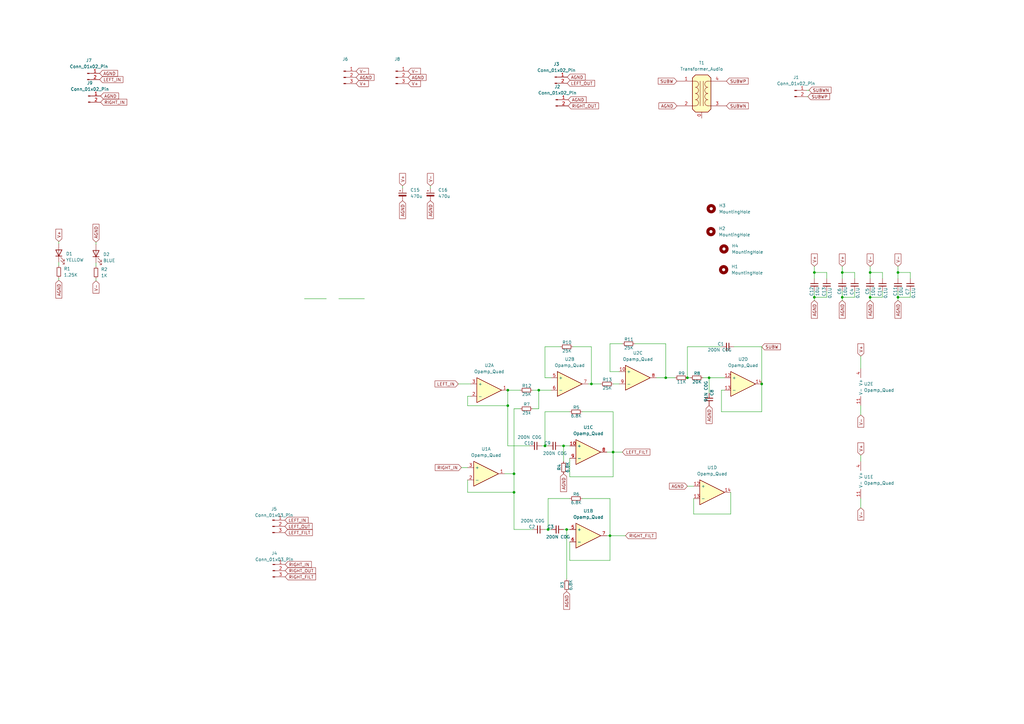
<source format=kicad_sch>
(kicad_sch (version 20231120) (generator "eeschema") (generator_version "8.0")
  (paper "A3")
  (lib_symbols
    (symbol "Connector:Conn_01x02_Pin" (pin_names (offset 1.016) hide)
      (property "Reference" "J" (at 0 2.54 0))
      (property "Value" "Conn_01x02_Pin" (at 0 -5.08 0))
      (symbol "Conn_01x02_Pin_1_1"
        (polyline (pts (xy 1.27 -2.54) (xy 0.8636 -2.54)) (stroke (width 0.1524)))
        (polyline (pts (xy 1.27 0) (xy 0.8636 0)) (stroke (width 0.1524)))
        (rectangle (start 0.8636 -2.413) (end 0 -2.667) (stroke (width 0.1524)) (fill (type outline)))
        (rectangle (start 0.8636 0.127) (end 0 -0.127) (stroke (width 0.1524)) (fill (type outline)))
        (pin passive line (at 5.08 0 180) (length 3.81) (name "Pin_1") (number "1"))
        (pin passive line (at 5.08 -2.54 180) (length 3.81) (name "Pin_2") (number "2"))
      )
    )
    (symbol "Connector:Conn_01x03_Male" (pin_names (offset 1.016) hide)
      (property "Reference" "J" (at 0 5.08 0))
      (property "Value" "Conn_01x03_Male" (at 0 -5.08 0))
      (symbol "Conn_01x03_Male_1_1"
        (polyline (pts (xy 1.27 -2.54) (xy 0.8636 -2.54)) (stroke (width 0.1524)))
        (polyline (pts (xy 1.27 0) (xy 0.8636 0)) (stroke (width 0.1524)))
        (polyline (pts (xy 1.27 2.54) (xy 0.8636 2.54)) (stroke (width 0.1524)))
        (rectangle (start 0.8636 -2.413) (end 0 -2.667) (stroke (width 0.1524)) (fill (type outline)))
        (rectangle (start 0.8636 0.127) (end 0 -0.127) (stroke (width 0.1524)) (fill (type outline)))
        (rectangle (start 0.8636 2.667) (end 0 2.413) (stroke (width 0.1524)) (fill (type outline)))
        (pin passive line (at 5.08 2.54 180) (length 3.81) (name "Pin_1") (number "1"))
        (pin passive line (at 5.08 0 180) (length 3.81) (name "Pin_2") (number "2"))
        (pin passive line (at 5.08 -2.54 180) (length 3.81) (name "Pin_3") (number "3"))
      )
    )
    (symbol "Connector:Conn_01x03_Pin" (pin_names (offset 1.016) hide)
      (property "Reference" "J" (at 0 5.08 0))
      (property "Value" "Conn_01x03_Pin" (at 0 -5.08 0))
      (symbol "Conn_01x03_Pin_1_1"
        (polyline (pts (xy 1.27 -2.54) (xy 0.8636 -2.54)) (stroke (width 0.1524)))
        (polyline (pts (xy 1.27 0) (xy 0.8636 0)) (stroke (width 0.1524)))
        (polyline (pts (xy 1.27 2.54) (xy 0.8636 2.54)) (stroke (width 0.1524)))
        (rectangle (start 0.8636 -2.413) (end 0 -2.667) (stroke (width 0.1524)) (fill (type outline)))
        (rectangle (start 0.8636 0.127) (end 0 -0.127) (stroke (width 0.1524)) (fill (type outline)))
        (rectangle (start 0.8636 2.667) (end 0 2.413) (stroke (width 0.1524)) (fill (type outline)))
        (pin passive line (at 5.08 2.54 180) (length 3.81) (name "Pin_1") (number "1"))
        (pin passive line (at 5.08 0 180) (length 3.81) (name "Pin_2") (number "2"))
        (pin passive line (at 5.08 -2.54 180) (length 3.81) (name "Pin_3") (number "3"))
      )
    )
    (symbol "Device:C_Polarized_Small" (pin_numbers hide) (pin_names (offset 0.254) hide)
      (property "Reference" "C" (at 0.254 1.778 0))
      (property "Value" "C_Polarized_Small" (at 0.254 -2.032 0))
      (symbol "C_Polarized_Small_0_1"
        (rectangle (start -1.524 -0.3048) (end 1.524 -0.6858) (fill (type outline)))
        (rectangle (start -1.524 0.6858) (end 1.524 0.3048))
        (polyline (pts (xy -1.27 1.524) (xy -0.762 1.524)))
        (polyline (pts (xy -1.016 1.27) (xy -1.016 1.778)))
      )
      (symbol "C_Polarized_Small_1_1"
        (pin passive line (at 0 2.54 270) (length 1.8542) (name "~") (number "1"))
        (pin passive line (at 0 -2.54 90) (length 1.8542) (name "~") (number "2"))
      )
    )
    (symbol "Device:C_Small" (pin_numbers hide) (pin_names (offset 0.254) hide)
      (property "Reference" "C" (at 0.254 1.778 0))
      (property "Value" "C_Small" (at 0.254 -2.032 0))
      (symbol "C_Small_0_1"
        (polyline (pts (xy -1.524 -0.508) (xy 1.524 -0.508)) (stroke (width 0.3302)))
        (polyline (pts (xy -1.524 0.508) (xy 1.524 0.508)) (stroke (width 0.3048)))
      )
      (symbol "C_Small_1_1"
        (pin passive line (at 0 2.54 270) (length 2.032) (name "~") (number "1"))
        (pin passive line (at 0 -2.54 90) (length 2.032) (name "~") (number "2"))
      )
    )
    (symbol "Device:LED" (pin_numbers hide) (pin_names (offset 1.016) hide)
      (property "Reference" "D" (at 0 2.54 0))
      (property "Value" "LED" (at 0 -2.54 0))
      (symbol "LED_0_1"
        (polyline (pts (xy -1.27 -1.27) (xy -1.27 1.27)) (stroke (width 0.254)))
        (polyline (pts (xy -1.27 0) (xy 1.27 0)))
        (polyline (pts (xy 1.27 -1.27) (xy 1.27 1.27) (xy -1.27 0) (xy 1.27 -1.27)) (stroke (width 0.254)))
        (polyline (pts (xy -3.048 -0.762) (xy -4.572 -2.286) (xy -3.81 -2.286) (xy -4.572 -2.286) (xy -4.572 -1.524)))
        (polyline (pts (xy -1.778 -0.762) (xy -3.302 -2.286) (xy -2.54 -2.286) (xy -3.302 -2.286) (xy -3.302 -1.524)))
      )
      (symbol "LED_1_1"
        (pin passive line (at -3.81 0 0) (length 2.54) (name "K") (number "1"))
        (pin passive line (at 3.81 0 180) (length 2.54) (name "A") (number "2"))
      )
    )
    (symbol "Device:Opamp_Quad"
      (property "Reference" "U" (at 0 5.08 0))
      (property "Value" "Opamp_Quad" (at 0 -5.08 0))
      (symbol "Opamp_Quad_1_1"
        (polyline (pts (xy -5.08 5.08) (xy 5.08 0) (xy -5.08 -5.08) (xy -5.08 5.08)) (stroke (width 0.254)) (fill (type background)))
        (pin output line (at 7.62 0 180) (length 2.54) (name "~") (number "1"))
        (pin input line (at -7.62 -2.54 0) (length 2.54) (name "-") (number "2"))
        (pin input line (at -7.62 2.54 0) (length 2.54) (name "+") (number "3"))
      )
      (symbol "Opamp_Quad_2_1"
        (polyline (pts (xy -5.08 5.08) (xy 5.08 0) (xy -5.08 -5.08) (xy -5.08 5.08)) (stroke (width 0.254)) (fill (type background)))
        (pin input line (at -7.62 2.54 0) (length 2.54) (name "+") (number "5"))
        (pin input line (at -7.62 -2.54 0) (length 2.54) (name "-") (number "6"))
        (pin output line (at 7.62 0 180) (length 2.54) (name "~") (number "7"))
      )
      (symbol "Opamp_Quad_3_1"
        (polyline (pts (xy -5.08 5.08) (xy 5.08 0) (xy -5.08 -5.08) (xy -5.08 5.08)) (stroke (width 0.254)) (fill (type background)))
        (pin input line (at -7.62 2.54 0) (length 2.54) (name "+") (number "10"))
        (pin output line (at 7.62 0 180) (length 2.54) (name "~") (number "8"))
        (pin input line (at -7.62 -2.54 0) (length 2.54) (name "-") (number "9"))
      )
      (symbol "Opamp_Quad_4_1"
        (polyline (pts (xy -5.08 5.08) (xy 5.08 0) (xy -5.08 -5.08) (xy -5.08 5.08)) (stroke (width 0.254)) (fill (type background)))
        (pin input line (at -7.62 2.54 0) (length 2.54) (name "+") (number "12"))
        (pin input line (at -7.62 -2.54 0) (length 2.54) (name "-") (number "13"))
        (pin output line (at 7.62 0 180) (length 2.54) (name "~") (number "14"))
      )
      (symbol "Opamp_Quad_5_1"
        (pin power_in line (at -2.54 -7.62 90) (length 3.81) (name "V-") (number "11"))
        (pin power_in line (at -2.54 7.62 270) (length 3.81) (name "V+") (number "4"))
      )
    )
    (symbol "Device:R_Small" (pin_numbers hide) (pin_names (offset 0.254) hide)
      (property "Reference" "R" (at 0.762 0.508 0))
      (property "Value" "R_Small" (at 0.762 -1.016 0))
      (symbol "R_Small_0_1"
        (rectangle (start -0.762 1.778) (end 0.762 -1.778) (stroke (width 0.2032)))
      )
      (symbol "R_Small_1_1"
        (pin passive line (at 0 2.54 270) (length 0.762) (name "~") (number "1"))
        (pin passive line (at 0 -2.54 90) (length 0.762) (name "~") (number "2"))
      )
    )
    (symbol "Device:Transformer_Audio" (pin_names (offset 1.016) hide)
      (property "Reference" "T" (at 0 11.684 0))
      (property "Value" "Transformer_Audio" (at 0.254 9.398 0))
      (symbol "Transformer_Audio_0_1"
        (arc (start -2.54 -5.0546) (mid -1.6599 -4.6901) (end -1.27 -3.81))
        (arc (start -2.54 -2.5146) (mid -1.6599 -2.1501) (end -1.27 -1.27))
        (arc (start -2.54 0.0254) (mid -1.6599 0.3899) (end -1.27 1.27))
        (arc (start -2.54 2.5654) (mid -1.6599 2.9299) (end -1.27 3.81))
        (arc (start -1.27 -3.81) (mid -1.642 -2.912) (end -2.54 -2.54))
        (arc (start -1.27 -1.27) (mid -1.642 -0.372) (end -2.54 0))
        (arc (start -1.27 1.27) (mid -1.642 2.168) (end -2.54 2.54))
        (arc (start -1.27 3.81) (mid -1.642 4.708) (end -2.54 5.08))
        (polyline (pts (xy -0.635 5.08) (xy -0.635 -5.08)))
        (polyline (pts (xy 0.635 -5.08) (xy 0.635 5.08)))
        (polyline (pts (xy -3.81 6.35) (xy -2.54 7.62) (xy 2.54 7.62) (xy 3.81 6.35) (xy 3.81 -6.35) (xy 2.54 -7.62) (xy -2.54 -7.62) (xy -3.81 -6.35) (xy -3.81 6.35)) (stroke (width 0.254)) (fill (type background)))
        (arc (start 1.2954 -1.27) (mid 1.6599 -2.1501) (end 2.54 -2.5146))
        (arc (start 1.2954 1.27) (mid 1.6599 0.3899) (end 2.54 0.0254))
        (arc (start 1.2954 3.81) (mid 1.6599 2.9299) (end 2.54 2.5654))
        (arc (start 1.3208 -3.81) (mid 1.6853 -4.6901) (end 2.5654 -5.0546))
        (arc (start 2.54 0) (mid 1.642 -0.372) (end 1.2954 -1.27))
        (arc (start 2.54 2.54) (mid 1.642 2.168) (end 1.2954 1.27))
        (arc (start 2.54 5.08) (mid 1.642 4.708) (end 1.2954 3.81))
        (arc (start 2.5654 -2.54) (mid 1.6674 -2.912) (end 1.3208 -3.81))
      )
      (symbol "Transformer_Audio_1_1"
        (pin input line (at 0 -10.16 90) (length 2.54) (name "~") (number "0"))
        (pin passive line (at -10.16 5.08 0) (length 7.62) (name "AA") (number "1"))
        (pin passive line (at -10.16 -5.08 0) (length 7.62) (name "AB") (number "2"))
        (pin passive line (at 10.16 -5.08 180) (length 7.62) (name "SA") (number "3"))
        (pin passive line (at 10.16 5.08 180) (length 7.62) (name "SB") (number "4"))
      )
    )
    (symbol "Mechanical:MountingHole" (pin_names (offset 1.016))
      (property "Reference" "H" (at 0 5.08 0))
      (property "Value" "MountingHole" (at 0 3.175 0))
      (symbol "MountingHole_0_1"
        (circle (center 0 0) (radius 1.27) (stroke (width 1.27)))
      )
    )
  )
  (junction (at 251.46 185.42))
  (junction (at 281.94 154.94))
  (junction (at 273.05 154.94))
  (junction (at 210.82 201.93))
  (junction (at 356.87 121.92))
  (junction (at 368.3 121.92))
  (junction (at 208.28 166.37))
  (junction (at 231.14 182.88))
  (junction (at 208.28 160.02))
  (junction (at 220.98 160.02))
  (junction (at 334.01 121.92))
  (junction (at 223.52 182.88))
  (junction (at 224.79 217.17))
  (junction (at 334.01 111.76))
  (junction (at 242.57 157.48))
  (junction (at 232.41 217.17))
  (junction (at 290.83 154.94))
  (junction (at 345.44 121.92))
  (junction (at 312.42 157.48))
  (junction (at 345.44 111.76))
  (junction (at 368.3 111.76))
  (junction (at 356.87 111.76))
  (junction (at 210.82 194.31))
  (junction (at 250.19 219.71))
  (wire (pts (xy 189.23 191.77) (xy 191.77 191.77)))
  (wire (pts (xy 345.44 121.92) (xy 345.44 119.38)))
  (wire (pts (xy 368.3 121.92) (xy 368.3 119.38)))
  (wire (pts (xy 368.3 123.19) (xy 368.3 121.92)))
  (wire (pts (xy 210.82 217.17) (xy 218.44 217.17)))
  (wire (pts (xy 353.06 146.05) (xy 353.06 151.13)))
  (wire (pts (xy 350.52 121.92) (xy 345.44 121.92)))
  (wire (pts (xy 284.48 204.47) (xy 284.48 210.82)))
  (wire (pts (xy 353.06 208.28) (xy 353.06 204.47)))
  (wire (pts (xy 187.96 157.48) (xy 193.04 157.48)))
  (wire (pts (xy 233.68 229.87) (xy 250.19 229.87)))
  (wire (pts (xy 39.37 115.189) (xy 39.37 114.3)))
  (wire (pts (xy 165.1 76.2) (xy 165.1 77.216)))
  (wire (pts (xy 229.87 142.24) (xy 223.52 142.24)))
  (wire (pts (xy 251.46 195.58) (xy 251.46 185.42)))
  (wire (pts (xy 331.343 39.624) (xy 330.962 39.624)))
  (wire (pts (xy 345.44 111.76) (xy 345.44 114.3)))
  (wire (pts (xy 133.858 122.555) (xy 124.841 122.555)))
  (wire (pts (xy 208.28 160.02) (xy 208.28 166.37)))
  (wire (pts (xy 238.76 168.91) (xy 251.46 168.91)))
  (wire (pts (xy 218.44 160.02) (xy 220.98 160.02)))
  (wire (pts (xy 312.42 142.24) (xy 312.42 157.48)))
  (wire (pts (xy 250.19 204.47) (xy 238.76 204.47)))
  (wire (pts (xy 251.46 168.91) (xy 251.46 185.42)))
  (wire (pts (xy 223.52 217.17) (xy 224.79 217.17)))
  (wire (pts (xy 339.09 114.3) (xy 339.09 111.76)))
  (wire (pts (xy 218.44 167.64) (xy 220.98 167.64)))
  (wire (pts (xy 361.95 119.38) (xy 361.95 121.92)))
  (wire (pts (xy 223.52 154.94) (xy 226.06 154.94)))
  (wire (pts (xy 39.37 99.314) (xy 39.37 100.203)))
  (wire (pts (xy 339.09 119.38) (xy 339.09 121.92)))
  (wire (pts (xy 24.13 99.06) (xy 24.13 99.949)))
  (wire (pts (xy 233.68 204.47) (xy 224.79 204.47)))
  (wire (pts (xy 361.95 121.92) (xy 356.87 121.92)))
  (wire (pts (xy 334.01 123.19) (xy 334.01 121.92)))
  (wire (pts (xy 232.41 217.17) (xy 233.68 217.17)))
  (wire (pts (xy 233.68 168.91) (xy 223.52 168.91)))
  (wire (pts (xy 250.19 140.97) (xy 250.19 152.4)))
  (wire (pts (xy 242.57 142.24) (xy 234.95 142.24)))
  (wire (pts (xy 220.98 160.02) (xy 226.06 160.02)))
  (wire (pts (xy 373.38 114.3) (xy 373.38 111.76)))
  (wire (pts (xy 273.05 140.97) (xy 260.35 140.97)))
  (wire (pts (xy 248.92 219.71) (xy 250.19 219.71)))
  (wire (pts (xy 312.42 168.91) (xy 312.42 157.48)))
  (wire (pts (xy 334.01 111.76) (xy 334.01 114.3)))
  (wire (pts (xy 345.44 109.22) (xy 345.44 111.76)))
  (wire (pts (xy 373.38 121.92) (xy 368.3 121.92)))
  (wire (pts (xy 334.01 121.92) (xy 334.01 119.38)))
  (wire (pts (xy 356.87 121.92) (xy 356.87 119.38)))
  (wire (pts (xy 208.28 166.37) (xy 191.77 166.37)))
  (wire (pts (xy 356.87 109.22) (xy 356.87 111.76)))
  (wire (pts (xy 356.87 123.19) (xy 356.87 121.92)))
  (wire (pts (xy 224.79 204.47) (xy 224.79 217.17)))
  (wire (pts (xy 250.19 229.87) (xy 250.19 219.71)))
  (wire (pts (xy 361.95 111.76) (xy 356.87 111.76)))
  (wire (pts (xy 356.87 111.76) (xy 356.87 114.3)))
  (wire (pts (xy 331.724 36.957) (xy 331.724 37.084)))
  (wire (pts (xy 241.3 157.48) (xy 242.57 157.48)))
  (wire (pts (xy 210.82 201.93) (xy 191.77 201.93)))
  (wire (pts (xy 24.13 114.935) (xy 24.13 114.046)))
  (wire (pts (xy 191.77 162.56) (xy 193.04 162.56)))
  (wire (pts (xy 176.53 76.2) (xy 176.53 77.216)))
  (wire (pts (xy 223.52 182.88) (xy 224.79 182.88)))
  (wire (pts (xy 281.94 142.24) (xy 281.94 154.94)))
  (wire (pts (xy 191.77 166.37) (xy 191.77 162.56)))
  (wire (pts (xy 299.72 210.82) (xy 299.72 201.93)))
  (wire (pts (xy 269.24 154.94) (xy 273.05 154.94)))
  (wire (pts (xy 231.14 189.23) (xy 231.14 182.88)))
  (wire (pts (xy 353.06 186.69) (xy 353.06 189.23)))
  (wire (pts (xy 208.28 182.88) (xy 217.17 182.88)))
  (wire (pts (xy 284.48 210.82) (xy 299.72 210.82)))
  (wire (pts (xy 368.3 111.76) (xy 368.3 114.3)))
  (wire (pts (xy 251.46 157.48) (xy 254 157.48)))
  (wire (pts (xy 246.38 157.48) (xy 242.57 157.48)))
  (wire (pts (xy 39.37 109.22) (xy 39.37 107.823)))
  (wire (pts (xy 210.82 167.64) (xy 210.82 194.31)))
  (wire (pts (xy 138.938 122.555) (xy 149.479 122.555)))
  (wire (pts (xy 250.19 219.71) (xy 256.54 219.71)))
  (wire (pts (xy 213.36 167.64) (xy 210.82 167.64)))
  (wire (pts (xy 242.57 157.48) (xy 242.57 142.24)))
  (wire (pts (xy 331.724 37.084) (xy 330.962 37.084)))
  (wire (pts (xy 223.52 142.24) (xy 223.52 154.94)))
  (wire (pts (xy 281.94 199.39) (xy 284.48 199.39)))
  (wire (pts (xy 251.46 185.42) (xy 248.92 185.42)))
  (wire (pts (xy 255.27 140.97) (xy 250.19 140.97)))
  (wire (pts (xy 24.13 108.966) (xy 24.13 107.569)))
  (wire (pts (xy 255.27 185.42) (xy 251.46 185.42)))
  (wire (pts (xy 334.01 109.22) (xy 334.01 111.76)))
  (wire (pts (xy 300.99 142.24) (xy 312.42 142.24)))
  (wire (pts (xy 220.98 167.64) (xy 220.98 160.02)))
  (wire (pts (xy 273.05 154.94) (xy 273.05 140.97)))
  (wire (pts (xy 295.91 142.24) (xy 281.94 142.24)))
  (wire (pts (xy 210.82 201.93) (xy 210.82 194.31)))
  (wire (pts (xy 233.68 187.96) (xy 233.68 195.58)))
  (wire (pts (xy 222.25 182.88) (xy 223.52 182.88)))
  (wire (pts (xy 361.95 114.3) (xy 361.95 111.76)))
  (wire (pts (xy 331.851 36.957) (xy 331.724 36.957)))
  (wire (pts (xy 232.41 237.49) (xy 232.41 217.17)))
  (wire (pts (xy 223.52 168.91) (xy 223.52 182.88)))
  (wire (pts (xy 231.14 217.17) (xy 232.41 217.17)))
  (wire (pts (xy 250.19 219.71) (xy 250.19 204.47)))
  (wire (pts (xy 290.83 154.94) (xy 297.18 154.94)))
  (wire (pts (xy 350.52 111.76) (xy 345.44 111.76)))
  (wire (pts (xy 208.28 166.37) (xy 208.28 182.88)))
  (wire (pts (xy 295.91 160.02) (xy 295.91 168.91)))
  (wire (pts (xy 297.18 160.02) (xy 295.91 160.02)))
  (wire (pts (xy 339.09 121.92) (xy 334.01 121.92)))
  (wire (pts (xy 276.86 154.94) (xy 273.05 154.94)))
  (wire (pts (xy 295.91 168.91) (xy 312.42 168.91)))
  (wire (pts (xy 229.87 182.88) (xy 231.14 182.88)))
  (wire (pts (xy 250.19 152.4) (xy 254 152.4)))
  (wire (pts (xy 210.82 217.17) (xy 210.82 201.93)))
  (wire (pts (xy 213.36 160.02) (xy 208.28 160.02)))
  (wire (pts (xy 339.09 111.76) (xy 334.01 111.76)))
  (wire (pts (xy 345.44 123.19) (xy 345.44 121.92)))
  (wire (pts (xy 231.14 182.88) (xy 233.68 182.88)))
  (wire (pts (xy 288.29 154.94) (xy 290.83 154.94)))
  (wire (pts (xy 350.52 114.3) (xy 350.52 111.76)))
  (wire (pts (xy 207.01 194.31) (xy 210.82 194.31)))
  (wire (pts (xy 353.06 170.18) (xy 353.06 166.37)))
  (wire (pts (xy 373.38 119.38) (xy 373.38 121.92)))
  (wire (pts (xy 191.77 201.93) (xy 191.77 196.85)))
  (wire (pts (xy 290.83 161.29) (xy 290.83 154.94)))
  (wire (pts (xy 368.3 109.22) (xy 368.3 111.76)))
  (wire (pts (xy 233.68 195.58) (xy 251.46 195.58)))
  (wire (pts (xy 224.79 217.17) (xy 226.06 217.17)))
  (wire (pts (xy 373.38 111.76) (xy 368.3 111.76)))
  (wire (pts (xy 233.68 222.25) (xy 233.68 229.87)))
  (wire (pts (xy 283.21 154.94) (xy 281.94 154.94)))
  (wire (pts (xy 350.52 119.38) (xy 350.52 121.92)))
  (global_label "AGND" (shape input) (at 356.87 123.19 270) (property "Intersheetrefs" "${INTERSHEET_REFS}" (effects (hide yes))))
  (global_label "RIGHT_IN" (shape input) (at 189.23 191.77 180) (property "Intersheetrefs" "${INTERSHEET_REFS}" (effects (hide yes))))
  (global_label "RIGHT_FILT" (shape input) (at 116.967 236.601 0) (property "Intersheetrefs" "${INTERSHEET_REFS}" (effects (hide yes))))
  (global_label "SUBWP" (shape input) (at 331.343 39.624 0) (property "Intersheetrefs" "${INTERSHEET_REFS}" (effects (hide yes))))
  (global_label "AGND" (shape input) (at 146.05 31.75 0) (property "Intersheetrefs" "${INTERSHEET_REFS}" (effects (hide yes))))
  (global_label "LEFT_OUT" (shape input) (at 232.664 34.163 0) (property "Intersheetrefs" "${INTERSHEET_REFS}" (effects (hide yes))))
  (global_label "V-" (shape input) (at 356.87 109.22 90) (property "Intersheetrefs" "${INTERSHEET_REFS}" (effects (hide yes))))
  (global_label "V-" (shape input) (at 353.06 170.18 270) (property "Intersheetrefs" "${INTERSHEET_REFS}" (effects (hide yes))))
  (global_label "SUBW" (shape input) (at 312.42 142.24 0) (property "Intersheetrefs" "${INTERSHEET_REFS}" (effects (hide yes))))
  (global_label "AGND" (shape input) (at 290.83 166.37 270) (property "Intersheetrefs" "${INTERSHEET_REFS}" (effects (hide yes))))
  (global_label "AGND" (shape input) (at 167.386 31.75 0) (property "Intersheetrefs" "${INTERSHEET_REFS}" (effects (hide yes))))
  (global_label "LEFT_FILT" (shape input) (at 116.84 218.44 0) (property "Intersheetrefs" "${INTERSHEET_REFS}" (effects (hide yes))))
  (global_label "V+" (shape input) (at 24.13 99.06 90) (property "Intersheetrefs" "${INTERSHEET_REFS}" (effects (hide yes))))
  (global_label "SUBWN" (shape input) (at 297.942 43.434 0) (property "Intersheetrefs" "${INTERSHEET_REFS}" (effects (hide yes))))
  (global_label "V+" (shape input) (at 167.386 34.29 0) (property "Intersheetrefs" "${INTERSHEET_REFS}" (effects (hide yes))))
  (global_label "AGND" (shape input) (at 334.01 123.19 270) (property "Intersheetrefs" "${INTERSHEET_REFS}" (effects (hide yes))))
  (global_label "AGND" (shape input) (at 277.622 43.434 180) (property "Intersheetrefs" "${INTERSHEET_REFS}" (effects (hide yes))))
  (global_label "V-" (shape input) (at 39.37 115.189 270) (property "Intersheetrefs" "${INTERSHEET_REFS}" (effects (hide yes))))
  (global_label "RIGHT_OUT" (shape input) (at 116.967 234.061 0) (property "Intersheetrefs" "${INTERSHEET_REFS}" (effects (hide yes))))
  (global_label "V+" (shape input) (at 146.05 34.29 0) (property "Intersheetrefs" "${INTERSHEET_REFS}" (effects (hide yes))))
  (global_label "V+" (shape input) (at 334.01 109.22 90) (property "Intersheetrefs" "${INTERSHEET_REFS}" (effects (hide yes))))
  (global_label "RIGHT_IN" (shape input) (at 41.275 41.91 0) (property "Intersheetrefs" "${INTERSHEET_REFS}" (effects (hide yes))))
  (global_label "LEFT_IN" (shape input) (at 187.96 157.48 180) (property "Intersheetrefs" "${INTERSHEET_REFS}" (effects (hide yes))))
  (global_label "V-" (shape input) (at 176.53 76.2 90) (property "Intersheetrefs" "${INTERSHEET_REFS}" (effects (hide yes))))
  (global_label "AGND" (shape input) (at 232.664 31.623 0) (property "Intersheetrefs" "${INTERSHEET_REFS}" (effects (hide yes))))
  (global_label "AGND" (shape input) (at 24.13 114.935 270) (property "Intersheetrefs" "${INTERSHEET_REFS}" (effects (hide yes))))
  (global_label "AGND" (shape input) (at 39.37 99.314 90) (property "Intersheetrefs" "${INTERSHEET_REFS}" (effects (hide yes))))
  (global_label "SUBWN" (shape input) (at 331.851 36.957 0) (property "Intersheetrefs" "${INTERSHEET_REFS}" (effects (hide yes))))
  (global_label "SUBWP" (shape input) (at 297.942 33.274 0) (property "Intersheetrefs" "${INTERSHEET_REFS}" (effects (hide yes))))
  (global_label "RIGHT_FILT" (shape input) (at 256.54 219.71 0) (property "Intersheetrefs" "${INTERSHEET_REFS}" (effects (hide yes))))
  (global_label "LEFT_IN" (shape input) (at 116.84 213.36 0) (property "Intersheetrefs" "${INTERSHEET_REFS}" (effects (hide yes))))
  (global_label "AGND" (shape input) (at 281.94 199.39 180) (property "Intersheetrefs" "${INTERSHEET_REFS}" (effects (hide yes))))
  (global_label "AGND" (shape input) (at 231.14 194.31 270) (property "Intersheetrefs" "${INTERSHEET_REFS}" (effects (hide yes))))
  (global_label "AGND" (shape input) (at 165.1 82.296 270) (property "Intersheetrefs" "${INTERSHEET_REFS}" (effects (hide yes))))
  (global_label "LEFT_OUT" (shape input) (at 116.84 215.9 0) (property "Intersheetrefs" "${INTERSHEET_REFS}" (effects (hide yes))))
  (global_label "V+" (shape input) (at 345.44 109.22 90) (property "Intersheetrefs" "${INTERSHEET_REFS}" (effects (hide yes))))
  (global_label "RIGHT_IN" (shape input) (at 116.967 231.521 0) (property "Intersheetrefs" "${INTERSHEET_REFS}" (effects (hide yes))))
  (global_label "V+" (shape input) (at 165.1 76.2 90) (property "Intersheetrefs" "${INTERSHEET_REFS}" (effects (hide yes))))
  (global_label "V-" (shape input) (at 353.06 208.28 270) (property "Intersheetrefs" "${INTERSHEET_REFS}" (effects (hide yes))))
  (global_label "V-" (shape input) (at 167.386 29.21 0) (property "Intersheetrefs" "${INTERSHEET_REFS}" (effects (hide yes))))
  (global_label "LEFT_IN" (shape input) (at 40.894 32.639 0) (property "Intersheetrefs" "${INTERSHEET_REFS}" (effects (hide yes))))
  (global_label "AGND" (shape input) (at 233.045 40.894 0) (property "Intersheetrefs" "${INTERSHEET_REFS}" (effects (hide yes))))
  (global_label "V-" (shape input) (at 368.3 109.22 90) (property "Intersheetrefs" "${INTERSHEET_REFS}" (effects (hide yes))))
  (global_label "AGND" (shape input) (at 176.53 82.296 270) (property "Intersheetrefs" "${INTERSHEET_REFS}" (effects (hide yes))))
  (global_label "AGND" (shape input) (at 232.41 242.57 270) (property "Intersheetrefs" "${INTERSHEET_REFS}" (effects (hide yes))))
  (global_label "SUBW" (shape input) (at 277.622 33.274 180) (property "Intersheetrefs" "${INTERSHEET_REFS}" (effects (hide yes))))
  (global_label "AGND" (shape input) (at 41.275 39.37 0) (property "Intersheetrefs" "${INTERSHEET_REFS}" (effects (hide yes))))
  (global_label "RIGHT_OUT" (shape input) (at 233.045 43.434 0) (property "Intersheetrefs" "${INTERSHEET_REFS}" (effects (hide yes))))
  (global_label "AGND" (shape input) (at 40.894 30.099 0) (property "Intersheetrefs" "${INTERSHEET_REFS}" (effects (hide yes))))
  (global_label "V+" (shape input) (at 353.06 146.05 90) (property "Intersheetrefs" "${INTERSHEET_REFS}" (effects (hide yes))))
  (global_label "AGND" (shape input) (at 368.3 123.19 270) (property "Intersheetrefs" "${INTERSHEET_REFS}" (effects (hide yes))))
  (global_label "V+" (shape input) (at 353.06 186.69 90) (property "Intersheetrefs" "${INTERSHEET_REFS}" (effects (hide yes))))
  (global_label "LEFT_FILT" (shape input) (at 255.27 185.42 0) (property "Intersheetrefs" "${INTERSHEET_REFS}" (effects (hide yes))))
  (global_label "V-" (shape input) (at 146.05 29.21 0) (property "Intersheetrefs" "${INTERSHEET_REFS}" (effects (hide yes))))
  (global_label "AGND" (shape input) (at 345.44 123.19 270) (property "Intersheetrefs" "${INTERSHEET_REFS}" (effects (hide yes))))
  (symbol (lib_id "Device:C_Small") (at 356.87 116.84 0) (unit 1)
    (property "Reference" "C5" (at 355.727 119.507 90))
    (property "Value" "10U" (at 358.14 119.507 90))
    (property "Footprint" "Capacitor_SMD:C_1206_3216Metric_Pad1.33x1.80mm_HandSolder" (effects (hide yes)))
  )
  (symbol (lib_id "Connector:Conn_01x03_Pin") (at 111.76 215.9 0) (unit 1)
    (property "Reference" "J5" (at 112.395 208.788 0))
    (property "Value" "Conn_01x03_Pin" (at 112.395 211.328 0))
    (property "Footprint" "Connector_PinHeader_2.54mm:PinHeader_1x03_P2.54mm_Vertical" (effects (hide yes)))
  )
  (symbol (lib_id "Device:C_Small") (at 227.33 182.88 270) (unit 1)
    (property "Reference" "C9" (at 224.536 181.737 90))
    (property "Value" "200N C0G" (at 227.584 185.928 90))
    (property "Footprint" "Capacitor_SMD:C_0805_2012Metric_Pad1.18x1.45mm_HandSolder" (effects (hide yes)))
  )
  (symbol (lib_id "Device:C_Small") (at 228.6 217.17 270) (unit 1)
    (property "Reference" "C3" (at 225.806 216.027 90))
    (property "Value" "200N C0G" (at 228.854 220.218 90))
    (property "Footprint" "Capacitor_SMD:C_0805_2012Metric_Pad1.18x1.45mm_HandSolder" (effects (hide yes)))
  )
  (symbol (lib_id "Device:C_Small") (at 334.01 116.84 0) (unit 1)
    (property "Reference" "C12" (at 332.867 119.507 90))
    (property "Value" "10U" (at 335.28 119.507 90))
    (property "Footprint" "Capacitor_SMD:C_1206_3216Metric_Pad1.33x1.80mm_HandSolder" (effects (hide yes)))
  )
  (symbol (lib_id "Device:C_Small") (at 298.45 142.24 270) (unit 1)
    (property "Reference" "C1" (at 295.656 141.097 90))
    (property "Value" "200N C0G" (at 295.148 143.51 90))
    (property "Footprint" "Capacitor_SMD:C_0805_2012Metric_Pad1.18x1.45mm_HandSolder" (effects (hide yes)))
  )
  (symbol (lib_id "Device:R_Small") (at 232.41 142.24 270) (unit 1)
    (property "Reference" "R10" (at 232.537 140.462 90))
    (property "Value" "25K" (at 232.537 143.891 90))
    (property "Footprint" "Resistor_SMD:R_0603_1608Metric_Pad0.98x0.95mm_HandSolder" (effects (hide yes)))
  )
  (symbol (lib_id "Device:C_Small") (at 290.83 163.83 180) (unit 1)
    (property "Reference" "C8" (at 291.973 161.036 90))
    (property "Value" "91N C0G" (at 289.56 160.528 90))
    (property "Footprint" "Capacitor_SMD:C_0805_2012Metric_Pad1.18x1.45mm_HandSolder" (effects (hide yes)))
  )
  (symbol (lib_id "Device:Transformer_Audio") (at 287.782 38.354 0) (unit 1)
    (property "Reference" "T1" (at 287.782 25.781 0))
    (property "Value" "Transformer_Audio" (at 287.782 28.321 0))
    (property "Footprint" "Components:DA101C" (effects (hide yes)))
  )
  (symbol (lib_id "Device:R_Small") (at 257.81 140.97 270) (unit 1)
    (property "Reference" "R11" (at 257.937 139.192 90))
    (property "Value" "25K" (at 257.937 142.621 90))
    (property "Footprint" "Resistor_SMD:R_0603_1608Metric_Pad0.98x0.95mm_HandSolder" (effects (hide yes)))
  )
  (symbol (lib_id "Device:R_Small") (at 279.4 154.94 270) (unit 1)
    (property "Reference" "R9" (at 279.527 153.162 90))
    (property "Value" "11K" (at 279.527 156.591 90))
    (property "Footprint" "Resistor_SMD:R_0603_1608Metric_Pad0.98x0.95mm_HandSolder" (effects (hide yes)))
  )
  (symbol (lib_id "Device:Opamp_Quad") (at 355.6 158.75 0) (unit 5)
    (property "Reference" "U2" (at 354.33 157.4799 0) (effects (justify left)))
    (property "Value" "Opamp_Quad" (at 354.33 160.0199 0) (effects (justify left)))
    (property "Footprint" "Package_SO:TSSOP-14_4.4x5mm_P0.65mm" (effects (hide yes)))
    (property "Description" "Quad operational amplifier" (effects (hide yes)))
    (property "Sim.Library" "${KICAD7_SYMBOL_DIR}/Simulation_SPICE.sp" (effects (hide yes)))
    (property "Sim.Name" "kicad_builtin_opamp_quad" (effects (hide yes)))
    (property "Sim.Device" "SUBCKT" (effects (hide yes)))
    (property "Sim.Pins" "1=out1 2=in1- 3=in1+ 4=vcc 5=in2+ 6=in2- 7=out2 8=out3 9=in3- 10=in3+ 11=vee 12=in4+ 13=in4- 14=out4" (effects (hide yes)))
  )
  (symbol (lib_id "Device:R_Small") (at 285.75 154.94 270) (unit 1)
    (property "Reference" "R8" (at 285.877 153.162 90))
    (property "Value" "20K" (at 285.877 156.591 90))
    (property "Footprint" "Resistor_SMD:R_0603_1608Metric_Pad0.98x0.95mm_HandSolder" (effects (hide yes)))
  )
  (symbol (lib_id "Device:R_Small") (at 248.92 157.48 270) (unit 1)
    (property "Reference" "R13" (at 249.047 155.702 90))
    (property "Value" "25K" (at 249.047 159.131 90))
    (property "Footprint" "Resistor_SMD:R_0603_1608Metric_Pad0.98x0.95mm_HandSolder" (effects (hide yes)))
  )
  (symbol (lib_id "Mechanical:MountingHole") (at 296.926 102.108 0) (unit 1)
    (property "Reference" "H4" (at 300.101 100.8379 0) (effects (justify left)))
    (property "Value" "MountingHole" (at 300.101 103.3779 0) (effects (justify left)))
    (property "Footprint" "MountingHole:MountingHole_3.2mm_M3" (effects (hide yes)))
  )
  (symbol (lib_id "Device:R_Small") (at 236.22 204.47 270) (unit 1)
    (property "Reference" "R6" (at 236.347 202.692 90))
    (property "Value" "6.8K" (at 236.347 206.121 90))
    (property "Footprint" "Resistor_SMD:R_0603_1608Metric_Pad0.98x0.95mm_HandSolder" (effects (hide yes)))
  )
  (symbol (lib_id "Device:R_Small") (at 39.37 111.76 180) (unit 1)
    (property "Reference" "R2" (at 41.402 110.49 0) (effects (justify right)))
    (property "Value" "1K" (at 41.402 113.03 0) (effects (justify right)))
    (property "Footprint" "Resistor_SMD:R_0603_1608Metric_Pad0.98x0.95mm_HandSolder" (effects (hide yes)))
  )
  (symbol (lib_id "Device:C_Small") (at 361.95 116.84 0) (unit 1)
    (property "Reference" "C14" (at 360.807 119.634 90))
    (property "Value" "0.1U" (at 363.22 120.142 90))
    (property "Footprint" "Capacitor_SMD:C_0805_2012Metric_Pad1.18x1.45mm_HandSolder" (effects (hide yes)))
  )
  (symbol (lib_id "Device:C_Polarized_Small") (at 176.53 79.756 0) (unit 1)
    (property "Reference" "C16" (at 179.705 77.9399 0) (effects (justify left)))
    (property "Value" "470u" (at 179.705 80.4799 0) (effects (justify left)))
    (property "Footprint" "Capacitor_THT:CP_Radial_D6.3mm_P2.50mm" (effects (hide yes)))
  )
  (symbol (lib_id "Connector:Conn_01x03_Male") (at 162.306 31.75 0) (unit 1)
    (property "Reference" "J8" (at 162.941 24.257 0))
    (property "Value" "Conn_01x03_Male" (effects (hide yes)))
    (property "Footprint" "Connector_JST:JST_PH_B3B-PH-K_1x03_P2.00mm_Vertical" (effects (hide yes)))
  )
  (symbol (lib_id "Connector:Conn_01x02_Pin") (at 325.882 37.084 0) (unit 1)
    (property "Reference" "J1" (at 326.517 31.75 0))
    (property "Value" "Conn_01x02_Pin" (at 326.517 34.29 0))
    (property "Footprint" "Connector_JST:JST_PH_B2B-PH-K_1x02_P2.00mm_Vertical" (effects (hide yes)))
  )
  (symbol (lib_id "Device:R_Small") (at 215.9 167.64 270) (unit 1)
    (property "Reference" "R7" (at 216.027 165.862 90))
    (property "Value" "25k" (at 216.027 169.291 90))
    (property "Footprint" "Resistor_SMD:R_0603_1608Metric_Pad0.98x0.95mm_HandSolder" (effects (hide yes)))
  )
  (symbol (lib_id "Mechanical:MountingHole") (at 291.719 85.598 0) (unit 1)
    (property "Reference" "H3" (at 294.894 84.3279 0) (effects (justify left)))
    (property "Value" "MountingHole" (at 294.894 86.8679 0) (effects (justify left)))
    (property "Footprint" "MountingHole:MountingHole_3.2mm_M3" (effects (hide yes)))
  )
  (symbol (lib_id "Device:R_Small") (at 232.41 240.03 0) (unit 1)
    (property "Reference" "R3" (at 230.632 239.903 90))
    (property "Value" "6.8K" (at 234.061 239.903 90))
    (property "Footprint" "Resistor_SMD:R_0603_1608Metric_Pad0.98x0.95mm_HandSolder" (effects (hide yes)))
  )
  (symbol (lib_id "Device:C_Polarized_Small") (at 165.1 79.756 0) (unit 1)
    (property "Reference" "C15" (at 168.275 77.9399 0) (effects (justify left)))
    (property "Value" "470u" (at 168.275 80.4799 0) (effects (justify left)))
    (property "Footprint" "Capacitor_THT:CP_Radial_D6.3mm_P2.50mm" (effects (hide yes)))
  )
  (symbol (lib_id "Device:Opamp_Quad") (at 304.8 157.48 0) (unit 4)
    (property "Reference" "U2" (at 304.8 147.32 0))
    (property "Value" "Opamp_Quad" (at 304.8 149.86 0))
    (property "Footprint" "Package_SO:TSSOP-14_4.4x5mm_P0.65mm" (effects (hide yes)))
    (property "Description" "Quad operational amplifier" (effects (hide yes)))
    (property "Sim.Library" "${KICAD7_SYMBOL_DIR}/Simulation_SPICE.sp" (effects (hide yes)))
    (property "Sim.Name" "kicad_builtin_opamp_quad" (effects (hide yes)))
    (property "Sim.Device" "SUBCKT" (effects (hide yes)))
    (property "Sim.Pins" "1=out1 2=in1- 3=in1+ 4=vcc 5=in2+ 6=in2- 7=out2 8=out3 9=in3- 10=in3+ 11=vee 12=in4+ 13=in4- 14=out4" (effects (hide yes)))
  )
  (symbol (lib_id "Device:R_Small") (at 236.22 168.91 270) (unit 1)
    (property "Reference" "R5" (at 236.347 167.132 90))
    (property "Value" "6.8K" (at 236.347 170.561 90))
    (property "Footprint" "Resistor_SMD:R_0603_1608Metric_Pad0.98x0.95mm_HandSolder" (effects (hide yes)))
  )
  (symbol (lib_id "Connector:Conn_01x03_Male") (at 140.97 31.75 0) (unit 1)
    (property "Reference" "J6" (at 141.605 24.257 0))
    (property "Value" "Conn_01x03_Male" (effects (hide yes)))
    (property "Footprint" "Connector_JST:JST_PH_B3B-PH-K_1x03_P2.00mm_Vertical" (effects (hide yes)))
  )
  (symbol (lib_id "Device:Opamp_Quad") (at 241.3 219.71 0) (unit 2)
    (property "Reference" "U1" (at 241.3 209.55 0))
    (property "Value" "Opamp_Quad" (at 241.3 212.09 0))
    (property "Footprint" "Package_SO:TSSOP-14_4.4x5mm_P0.65mm" (effects (hide yes)))
    (property "Description" "Quad operational amplifier" (effects (hide yes)))
    (property "Sim.Library" "${KICAD7_SYMBOL_DIR}/Simulation_SPICE.sp" (effects (hide yes)))
    (property "Sim.Name" "kicad_builtin_opamp_quad" (effects (hide yes)))
    (property "Sim.Device" "SUBCKT" (effects (hide yes)))
    (property "Sim.Pins" "1=out1 2=in1- 3=in1+ 4=vcc 5=in2+ 6=in2- 7=out2 8=out3 9=in3- 10=in3+ 11=vee 12=in4+ 13=in4- 14=out4" (effects (hide yes)))
  )
  (symbol (lib_id "Device:Opamp_Quad") (at 355.6 196.85 0) (unit 5)
    (property "Reference" "U1" (at 354.33 195.5799 0) (effects (justify left)))
    (property "Value" "Opamp_Quad" (at 354.33 198.1199 0) (effects (justify left)))
    (property "Footprint" "Package_SO:TSSOP-14_4.4x5mm_P0.65mm" (effects (hide yes)))
    (property "Description" "Quad operational amplifier" (effects (hide yes)))
    (property "Sim.Library" "${KICAD7_SYMBOL_DIR}/Simulation_SPICE.sp" (effects (hide yes)))
    (property "Sim.Name" "kicad_builtin_opamp_quad" (effects (hide yes)))
    (property "Sim.Device" "SUBCKT" (effects (hide yes)))
    (property "Sim.Pins" "1=out1 2=in1- 3=in1+ 4=vcc 5=in2+ 6=in2- 7=out2 8=out3 9=in3- 10=in3+ 11=vee 12=in4+ 13=in4- 14=out4" (effects (hide yes)))
  )
  (symbol (lib_id "Connector:Conn_01x02_Pin") (at 227.965 40.894 0) (unit 1)
    (property "Reference" "J2" (at 228.6 35.56 0))
    (property "Value" "Conn_01x02_Pin" (at 228.6 38.1 0))
    (property "Footprint" "Connector_JST:JST_PH_B2B-PH-K_1x02_P2.00mm_Vertical" (effects (hide yes)))
  )
  (symbol (lib_id "Device:C_Small") (at 368.3 116.84 0) (unit 1)
    (property "Reference" "C11" (at 367.157 119.507 90))
    (property "Value" "10U" (at 369.57 119.507 90))
    (property "Footprint" "Capacitor_SMD:C_1206_3216Metric_Pad1.33x1.80mm_HandSolder" (effects (hide yes)))
  )
  (symbol (lib_id "Mechanical:MountingHole") (at 296.799 110.617 0) (unit 1)
    (property "Reference" "H1" (at 299.974 109.3469 0) (effects (justify left)))
    (property "Value" "MountingHole" (at 299.974 111.8869 0) (effects (justify left)))
    (property "Footprint" "MountingHole:MountingHole_3.2mm_M3" (effects (hide yes)))
  )
  (symbol (lib_id "Device:Opamp_Quad") (at 292.1 201.93 0) (unit 4)
    (property "Reference" "U1" (at 292.1 191.77 0))
    (property "Value" "Opamp_Quad" (at 292.1 194.31 0))
    (property "Footprint" "Package_SO:TSSOP-14_4.4x5mm_P0.65mm" (effects (hide yes)))
    (property "Description" "Quad operational amplifier" (effects (hide yes)))
    (property "Sim.Library" "${KICAD7_SYMBOL_DIR}/Simulation_SPICE.sp" (effects (hide yes)))
    (property "Sim.Name" "kicad_builtin_opamp_quad" (effects (hide yes)))
    (property "Sim.Device" "SUBCKT" (effects (hide yes)))
    (property "Sim.Pins" "1=out1 2=in1- 3=in1+ 4=vcc 5=in2+ 6=in2- 7=out2 8=out3 9=in3- 10=in3+ 11=vee 12=in4+ 13=in4- 14=out4" (effects (hide yes)))
  )
  (symbol (lib_id "Device:C_Small") (at 350.52 116.84 0) (unit 1)
    (property "Reference" "C4" (at 349.377 119.634 90))
    (property "Value" "0.1U" (at 351.79 120.142 90))
    (property "Footprint" "Capacitor_SMD:C_0805_2012Metric_Pad1.18x1.45mm_HandSolder" (effects (hide yes)))
  )
  (symbol (lib_id "Device:R_Small") (at 24.13 111.506 180) (unit 1)
    (property "Reference" "R1" (at 26.162 110.236 0) (effects (justify right)))
    (property "Value" "1.25K" (at 26.162 112.776 0) (effects (justify right)))
    (property "Footprint" "Resistor_SMD:R_0603_1608Metric_Pad0.98x0.95mm_HandSolder" (effects (hide yes)))
  )
  (symbol (lib_id "Connector:Conn_01x02_Pin") (at 35.814 30.099 0) (unit 1)
    (property "Reference" "J7" (at 36.449 24.765 0))
    (property "Value" "Conn_01x02_Pin" (at 36.449 27.305 0))
    (property "Footprint" "Connector_JST:JST_PH_B2B-PH-K_1x02_P2.00mm_Vertical" (effects (hide yes)))
  )
  (symbol (lib_id "Device:R_Small") (at 231.14 191.77 0) (unit 1)
    (property "Reference" "R4" (at 229.362 191.643 90))
    (property "Value" "6.8K" (at 232.791 191.643 90))
    (property "Footprint" "Resistor_SMD:R_0603_1608Metric_Pad0.98x0.95mm_HandSolder" (effects (hide yes)))
  )
  (symbol (lib_id "Device:Opamp_Quad") (at 233.68 157.48 0) (unit 2)
    (property "Reference" "U2" (at 233.68 147.32 0))
    (property "Value" "Opamp_Quad" (at 233.68 149.86 0))
    (property "Footprint" "Package_SO:TSSOP-14_4.4x5mm_P0.65mm" (effects (hide yes)))
    (property "Description" "Quad operational amplifier" (effects (hide yes)))
    (property "Sim.Library" "${KICAD7_SYMBOL_DIR}/Simulation_SPICE.sp" (effects (hide yes)))
    (property "Sim.Name" "kicad_builtin_opamp_quad" (effects (hide yes)))
    (property "Sim.Device" "SUBCKT" (effects (hide yes)))
    (property "Sim.Pins" "1=out1 2=in1- 3=in1+ 4=vcc 5=in2+ 6=in2- 7=out2 8=out3 9=in3- 10=in3+ 11=vee 12=in4+ 13=in4- 14=out4" (effects (hide yes)))
  )
  (symbol (lib_id "Device:C_Small") (at 373.38 116.84 0) (unit 1)
    (property "Reference" "C7" (at 372.237 119.634 90))
    (property "Value" "0.1U" (at 374.65 120.142 90))
    (property "Footprint" "Capacitor_SMD:C_0805_2012Metric_Pad1.18x1.45mm_HandSolder" (effects (hide yes)))
  )
  (symbol (lib_id "Mechanical:MountingHole") (at 291.592 94.996 0) (unit 1)
    (property "Reference" "H2" (at 294.767 93.7259 0) (effects (justify left)))
    (property "Value" "MountingHole" (at 294.767 96.2659 0) (effects (justify left)))
    (property "Footprint" "MountingHole:MountingHole_3.2mm_M3" (effects (hide yes)))
  )
  (symbol (lib_id "Device:Opamp_Quad") (at 199.39 194.31 0) (unit 1)
    (property "Reference" "U1" (at 199.39 184.15 0))
    (property "Value" "Opamp_Quad" (at 199.39 186.69 0))
    (property "Footprint" "Package_SO:TSSOP-14_4.4x5mm_P0.65mm" (effects (hide yes)))
    (property "Description" "Quad operational amplifier" (effects (hide yes)))
    (property "Sim.Library" "${KICAD7_SYMBOL_DIR}/Simulation_SPICE.sp" (effects (hide yes)))
    (property "Sim.Name" "kicad_builtin_opamp_quad" (effects (hide yes)))
    (property "Sim.Device" "SUBCKT" (effects (hide yes)))
    (property "Sim.Pins" "1=out1 2=in1- 3=in1+ 4=vcc 5=in2+ 6=in2- 7=out2 8=out3 9=in3- 10=in3+ 11=vee 12=in4+ 13=in4- 14=out4" (effects (hide yes)))
  )
  (symbol (lib_id "Connector:Conn_01x03_Pin") (at 111.887 234.061 0) (unit 1)
    (property "Reference" "J4" (at 112.522 226.949 0))
    (property "Value" "Conn_01x03_Pin" (at 112.522 229.489 0))
    (property "Footprint" "Connector_PinHeader_2.54mm:PinHeader_1x03_P2.54mm_Vertical" (effects (hide yes)))
  )
  (symbol (lib_id "Device:C_Small") (at 339.09 116.84 0) (unit 1)
    (property "Reference" "C13" (at 337.947 119.634 90))
    (property "Value" "0.1U" (at 340.36 120.142 90))
    (property "Footprint" "Capacitor_SMD:C_0805_2012Metric_Pad1.18x1.45mm_HandSolder" (effects (hide yes)))
  )
  (symbol (lib_id "Device:Opamp_Quad") (at 200.66 160.02 0) (unit 1)
    (property "Reference" "U2" (at 200.66 149.86 0))
    (property "Value" "Opamp_Quad" (at 200.66 152.4 0))
    (property "Footprint" "Package_SO:TSSOP-14_4.4x5mm_P0.65mm" (effects (hide yes)))
    (property "Description" "Quad operational amplifier" (effects (hide yes)))
    (property "Sim.Library" "${KICAD7_SYMBOL_DIR}/Simulation_SPICE.sp" (effects (hide yes)))
    (property "Sim.Name" "kicad_builtin_opamp_quad" (effects (hide yes)))
    (property "Sim.Device" "SUBCKT" (effects (hide yes)))
    (property "Sim.Pins" "1=out1 2=in1- 3=in1+ 4=vcc 5=in2+ 6=in2- 7=out2 8=out3 9=in3- 10=in3+ 11=vee 12=in4+ 13=in4- 14=out4" (effects (hide yes)))
  )
  (symbol (lib_id "Connector:Conn_01x02_Pin") (at 227.584 31.623 0) (unit 1)
    (property "Reference" "J3" (at 228.219 26.289 0))
    (property "Value" "Conn_01x02_Pin" (at 228.219 28.829 0))
    (property "Footprint" "Connector_JST:JST_PH_B2B-PH-K_1x02_P2.00mm_Vertical" (effects (hide yes)))
  )
  (symbol (lib_id "Device:C_Small") (at 219.71 182.88 270) (unit 1)
    (property "Reference" "C10" (at 216.916 181.737 90))
    (property "Value" "200N C0G" (at 217.17 179.324 90))
    (property "Footprint" "Capacitor_SMD:C_0805_2012Metric_Pad1.18x1.45mm_HandSolder" (effects (hide yes)))
  )
  (symbol (lib_id "Device:C_Small") (at 345.44 116.84 0) (unit 1)
    (property "Reference" "C6" (at 344.297 119.507 90))
    (property "Value" "10U" (at 346.71 119.507 90))
    (property "Footprint" "Capacitor_SMD:C_1206_3216Metric_Pad1.33x1.80mm_HandSolder" (effects (hide yes)))
  )
  (symbol (lib_id "Device:R_Small") (at 215.9 160.02 270) (unit 1)
    (property "Reference" "R12" (at 216.027 158.242 90))
    (property "Value" "25K" (at 216.027 161.671 90))
    (property "Footprint" "Resistor_SMD:R_0603_1608Metric_Pad0.98x0.95mm_HandSolder" (effects (hide yes)))
  )
  (symbol (lib_id "Device:Opamp_Quad") (at 261.62 154.94 0) (unit 3)
    (property "Reference" "U2" (at 261.62 144.78 0))
    (property "Value" "Opamp_Quad" (at 261.62 147.32 0))
    (property "Footprint" "Package_SO:TSSOP-14_4.4x5mm_P0.65mm" (effects (hide yes)))
    (property "Description" "Quad operational amplifier" (effects (hide yes)))
    (property "Sim.Library" "${KICAD7_SYMBOL_DIR}/Simulation_SPICE.sp" (effects (hide yes)))
    (property "Sim.Name" "kicad_builtin_opamp_quad" (effects (hide yes)))
    (property "Sim.Device" "SUBCKT" (effects (hide yes)))
    (property "Sim.Pins" "1=out1 2=in1- 3=in1+ 4=vcc 5=in2+ 6=in2- 7=out2 8=out3 9=in3- 10=in3+ 11=vee 12=in4+ 13=in4- 14=out4" (effects (hide yes)))
  )
  (symbol (lib_id "Device:Opamp_Quad") (at 241.3 185.42 0) (unit 3)
    (property "Reference" "U1" (at 241.3 175.26 0))
    (property "Value" "Opamp_Quad" (at 241.3 177.8 0))
    (property "Footprint" "Package_SO:TSSOP-14_4.4x5mm_P0.65mm" (effects (hide yes)))
    (property "Description" "Quad operational amplifier" (effects (hide yes)))
    (property "Sim.Library" "${KICAD7_SYMBOL_DIR}/Simulation_SPICE.sp" (effects (hide yes)))
    (property "Sim.Name" "kicad_builtin_opamp_quad" (effects (hide yes)))
    (property "Sim.Device" "SUBCKT" (effects (hide yes)))
    (property "Sim.Pins" "1=out1 2=in1- 3=in1+ 4=vcc 5=in2+ 6=in2- 7=out2 8=out3 9=in3- 10=in3+ 11=vee 12=in4+ 13=in4- 14=out4" (effects (hide yes)))
  )
  (symbol (lib_id "Device:C_Small") (at 220.98 217.17 270) (unit 1)
    (property "Reference" "C2" (at 218.186 216.027 90))
    (property "Value" "200N C0G" (at 218.44 213.614 90))
    (property "Footprint" "Capacitor_SMD:C_0805_2012Metric_Pad1.18x1.45mm_HandSolder" (effects (hide yes)))
  )
  (symbol (lib_id "Device:LED") (at 24.13 103.759 90) (unit 1)
    (property "Reference" "D1" (at 27.051 104.0765 90) (effects (justify right)))
    (property "Value" "YELLOW" (at 27.051 106.6165 90) (effects (justify right)))
    (property "Footprint" "LED_SMD:LED_0805_2012Metric_Pad1.15x1.40mm_HandSolder" (effects (hide yes)))
  )
  (symbol (lib_id "Device:LED") (at 39.37 104.013 90) (unit 1)
    (property "Reference" "D2" (at 42.291 104.3305 90) (effects (justify right)))
    (property "Value" "BLUE" (at 42.291 106.8705 90) (effects (justify right)))
    (property "Footprint" "LED_SMD:LED_0805_2012Metric_Pad1.15x1.40mm_HandSolder" (effects (hide yes)))
  )
  (symbol (lib_id "Connector:Conn_01x02_Pin") (at 36.195 39.37 0) (unit 1)
    (property "Reference" "J9" (at 36.83 34.036 0))
    (property "Value" "Conn_01x02_Pin" (at 36.83 36.576 0))
    (property "Footprint" "Connector_JST:JST_PH_B2B-PH-K_1x02_P2.00mm_Vertical" (effects (hide yes)))
  )
)
</source>
